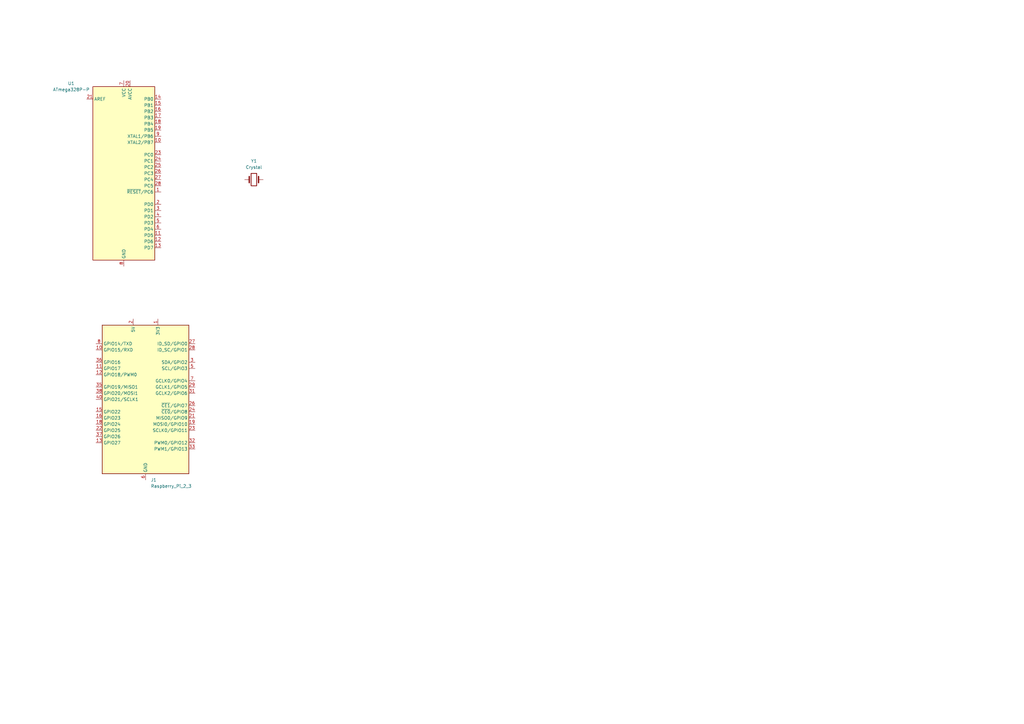
<source format=kicad_sch>
(kicad_sch
	(version 20250114)
	(generator "eeschema")
	(generator_version "9.0")
	(uuid "0b29418f-550d-492f-8df9-2382aed97979")
	(paper "A3")
	(lib_symbols
		(symbol "Connector:Raspberry_Pi_2_3"
			(exclude_from_sim no)
			(in_bom yes)
			(on_board yes)
			(property "Reference" "J"
				(at -17.78 31.75 0)
				(effects
					(font
						(size 1.27 1.27)
					)
					(justify left bottom)
				)
			)
			(property "Value" "Raspberry_Pi_2_3"
				(at 10.16 -31.75 0)
				(effects
					(font
						(size 1.27 1.27)
					)
					(justify left top)
				)
			)
			(property "Footprint" ""
				(at 0 0 0)
				(effects
					(font
						(size 1.27 1.27)
					)
					(hide yes)
				)
			)
			(property "Datasheet" "https://www.raspberrypi.org/documentation/hardware/raspberrypi/schematics/rpi_SCH_3bplus_1p0_reduced.pdf"
				(at 60.96 -44.45 0)
				(effects
					(font
						(size 1.27 1.27)
					)
					(hide yes)
				)
			)
			(property "Description" "expansion header for Raspberry Pi 2 & 3"
				(at 0 0 0)
				(effects
					(font
						(size 1.27 1.27)
					)
					(hide yes)
				)
			)
			(property "ki_keywords" "raspberrypi gpio"
				(at 0 0 0)
				(effects
					(font
						(size 1.27 1.27)
					)
					(hide yes)
				)
			)
			(property "ki_fp_filters" "PinHeader*2x20*P2.54mm*Vertical* PinSocket*2x20*P2.54mm*Vertical*"
				(at 0 0 0)
				(effects
					(font
						(size 1.27 1.27)
					)
					(hide yes)
				)
			)
			(symbol "Raspberry_Pi_2_3_0_1"
				(rectangle
					(start -17.78 30.48)
					(end 17.78 -30.48)
					(stroke
						(width 0.254)
						(type default)
					)
					(fill
						(type background)
					)
				)
			)
			(symbol "Raspberry_Pi_2_3_1_1"
				(pin bidirectional line
					(at -20.32 22.86 0)
					(length 2.54)
					(name "GPIO14/TXD"
						(effects
							(font
								(size 1.27 1.27)
							)
						)
					)
					(number "8"
						(effects
							(font
								(size 1.27 1.27)
							)
						)
					)
				)
				(pin bidirectional line
					(at -20.32 20.32 0)
					(length 2.54)
					(name "GPIO15/RXD"
						(effects
							(font
								(size 1.27 1.27)
							)
						)
					)
					(number "10"
						(effects
							(font
								(size 1.27 1.27)
							)
						)
					)
				)
				(pin bidirectional line
					(at -20.32 15.24 0)
					(length 2.54)
					(name "GPIO16"
						(effects
							(font
								(size 1.27 1.27)
							)
						)
					)
					(number "36"
						(effects
							(font
								(size 1.27 1.27)
							)
						)
					)
				)
				(pin bidirectional line
					(at -20.32 12.7 0)
					(length 2.54)
					(name "GPIO17"
						(effects
							(font
								(size 1.27 1.27)
							)
						)
					)
					(number "11"
						(effects
							(font
								(size 1.27 1.27)
							)
						)
					)
				)
				(pin bidirectional line
					(at -20.32 10.16 0)
					(length 2.54)
					(name "GPIO18/PWM0"
						(effects
							(font
								(size 1.27 1.27)
							)
						)
					)
					(number "12"
						(effects
							(font
								(size 1.27 1.27)
							)
						)
					)
				)
				(pin bidirectional line
					(at -20.32 5.08 0)
					(length 2.54)
					(name "GPIO19/MISO1"
						(effects
							(font
								(size 1.27 1.27)
							)
						)
					)
					(number "35"
						(effects
							(font
								(size 1.27 1.27)
							)
						)
					)
				)
				(pin bidirectional line
					(at -20.32 2.54 0)
					(length 2.54)
					(name "GPIO20/MOSI1"
						(effects
							(font
								(size 1.27 1.27)
							)
						)
					)
					(number "38"
						(effects
							(font
								(size 1.27 1.27)
							)
						)
					)
				)
				(pin bidirectional line
					(at -20.32 0 0)
					(length 2.54)
					(name "GPIO21/SCLK1"
						(effects
							(font
								(size 1.27 1.27)
							)
						)
					)
					(number "40"
						(effects
							(font
								(size 1.27 1.27)
							)
						)
					)
				)
				(pin bidirectional line
					(at -20.32 -5.08 0)
					(length 2.54)
					(name "GPIO22"
						(effects
							(font
								(size 1.27 1.27)
							)
						)
					)
					(number "15"
						(effects
							(font
								(size 1.27 1.27)
							)
						)
					)
				)
				(pin bidirectional line
					(at -20.32 -7.62 0)
					(length 2.54)
					(name "GPIO23"
						(effects
							(font
								(size 1.27 1.27)
							)
						)
					)
					(number "16"
						(effects
							(font
								(size 1.27 1.27)
							)
						)
					)
				)
				(pin bidirectional line
					(at -20.32 -10.16 0)
					(length 2.54)
					(name "GPIO24"
						(effects
							(font
								(size 1.27 1.27)
							)
						)
					)
					(number "18"
						(effects
							(font
								(size 1.27 1.27)
							)
						)
					)
				)
				(pin bidirectional line
					(at -20.32 -12.7 0)
					(length 2.54)
					(name "GPIO25"
						(effects
							(font
								(size 1.27 1.27)
							)
						)
					)
					(number "22"
						(effects
							(font
								(size 1.27 1.27)
							)
						)
					)
				)
				(pin bidirectional line
					(at -20.32 -15.24 0)
					(length 2.54)
					(name "GPIO26"
						(effects
							(font
								(size 1.27 1.27)
							)
						)
					)
					(number "37"
						(effects
							(font
								(size 1.27 1.27)
							)
						)
					)
				)
				(pin bidirectional line
					(at -20.32 -17.78 0)
					(length 2.54)
					(name "GPIO27"
						(effects
							(font
								(size 1.27 1.27)
							)
						)
					)
					(number "13"
						(effects
							(font
								(size 1.27 1.27)
							)
						)
					)
				)
				(pin power_in line
					(at -5.08 33.02 270)
					(length 2.54)
					(name "5V"
						(effects
							(font
								(size 1.27 1.27)
							)
						)
					)
					(number "2"
						(effects
							(font
								(size 1.27 1.27)
							)
						)
					)
				)
				(pin passive line
					(at -5.08 33.02 270)
					(length 2.54)
					(hide yes)
					(name "5V"
						(effects
							(font
								(size 1.27 1.27)
							)
						)
					)
					(number "4"
						(effects
							(font
								(size 1.27 1.27)
							)
						)
					)
				)
				(pin passive line
					(at 0 -33.02 90)
					(length 2.54)
					(hide yes)
					(name "GND"
						(effects
							(font
								(size 1.27 1.27)
							)
						)
					)
					(number "14"
						(effects
							(font
								(size 1.27 1.27)
							)
						)
					)
				)
				(pin passive line
					(at 0 -33.02 90)
					(length 2.54)
					(hide yes)
					(name "GND"
						(effects
							(font
								(size 1.27 1.27)
							)
						)
					)
					(number "20"
						(effects
							(font
								(size 1.27 1.27)
							)
						)
					)
				)
				(pin passive line
					(at 0 -33.02 90)
					(length 2.54)
					(hide yes)
					(name "GND"
						(effects
							(font
								(size 1.27 1.27)
							)
						)
					)
					(number "25"
						(effects
							(font
								(size 1.27 1.27)
							)
						)
					)
				)
				(pin passive line
					(at 0 -33.02 90)
					(length 2.54)
					(hide yes)
					(name "GND"
						(effects
							(font
								(size 1.27 1.27)
							)
						)
					)
					(number "30"
						(effects
							(font
								(size 1.27 1.27)
							)
						)
					)
				)
				(pin passive line
					(at 0 -33.02 90)
					(length 2.54)
					(hide yes)
					(name "GND"
						(effects
							(font
								(size 1.27 1.27)
							)
						)
					)
					(number "34"
						(effects
							(font
								(size 1.27 1.27)
							)
						)
					)
				)
				(pin passive line
					(at 0 -33.02 90)
					(length 2.54)
					(hide yes)
					(name "GND"
						(effects
							(font
								(size 1.27 1.27)
							)
						)
					)
					(number "39"
						(effects
							(font
								(size 1.27 1.27)
							)
						)
					)
				)
				(pin power_in line
					(at 0 -33.02 90)
					(length 2.54)
					(name "GND"
						(effects
							(font
								(size 1.27 1.27)
							)
						)
					)
					(number "6"
						(effects
							(font
								(size 1.27 1.27)
							)
						)
					)
				)
				(pin passive line
					(at 0 -33.02 90)
					(length 2.54)
					(hide yes)
					(name "GND"
						(effects
							(font
								(size 1.27 1.27)
							)
						)
					)
					(number "9"
						(effects
							(font
								(size 1.27 1.27)
							)
						)
					)
				)
				(pin power_in line
					(at 5.08 33.02 270)
					(length 2.54)
					(name "3V3"
						(effects
							(font
								(size 1.27 1.27)
							)
						)
					)
					(number "1"
						(effects
							(font
								(size 1.27 1.27)
							)
						)
					)
				)
				(pin passive line
					(at 5.08 33.02 270)
					(length 2.54)
					(hide yes)
					(name "3V3"
						(effects
							(font
								(size 1.27 1.27)
							)
						)
					)
					(number "17"
						(effects
							(font
								(size 1.27 1.27)
							)
						)
					)
				)
				(pin bidirectional line
					(at 20.32 22.86 180)
					(length 2.54)
					(name "ID_SD/GPIO0"
						(effects
							(font
								(size 1.27 1.27)
							)
						)
					)
					(number "27"
						(effects
							(font
								(size 1.27 1.27)
							)
						)
					)
				)
				(pin bidirectional line
					(at 20.32 20.32 180)
					(length 2.54)
					(name "ID_SC/GPIO1"
						(effects
							(font
								(size 1.27 1.27)
							)
						)
					)
					(number "28"
						(effects
							(font
								(size 1.27 1.27)
							)
						)
					)
				)
				(pin bidirectional line
					(at 20.32 15.24 180)
					(length 2.54)
					(name "SDA/GPIO2"
						(effects
							(font
								(size 1.27 1.27)
							)
						)
					)
					(number "3"
						(effects
							(font
								(size 1.27 1.27)
							)
						)
					)
				)
				(pin bidirectional line
					(at 20.32 12.7 180)
					(length 2.54)
					(name "SCL/GPIO3"
						(effects
							(font
								(size 1.27 1.27)
							)
						)
					)
					(number "5"
						(effects
							(font
								(size 1.27 1.27)
							)
						)
					)
				)
				(pin bidirectional line
					(at 20.32 7.62 180)
					(length 2.54)
					(name "GCLK0/GPIO4"
						(effects
							(font
								(size 1.27 1.27)
							)
						)
					)
					(number "7"
						(effects
							(font
								(size 1.27 1.27)
							)
						)
					)
				)
				(pin bidirectional line
					(at 20.32 5.08 180)
					(length 2.54)
					(name "GCLK1/GPIO5"
						(effects
							(font
								(size 1.27 1.27)
							)
						)
					)
					(number "29"
						(effects
							(font
								(size 1.27 1.27)
							)
						)
					)
				)
				(pin bidirectional line
					(at 20.32 2.54 180)
					(length 2.54)
					(name "GCLK2/GPIO6"
						(effects
							(font
								(size 1.27 1.27)
							)
						)
					)
					(number "31"
						(effects
							(font
								(size 1.27 1.27)
							)
						)
					)
				)
				(pin bidirectional line
					(at 20.32 -2.54 180)
					(length 2.54)
					(name "~{CE1}/GPIO7"
						(effects
							(font
								(size 1.27 1.27)
							)
						)
					)
					(number "26"
						(effects
							(font
								(size 1.27 1.27)
							)
						)
					)
				)
				(pin bidirectional line
					(at 20.32 -5.08 180)
					(length 2.54)
					(name "~{CE0}/GPIO8"
						(effects
							(font
								(size 1.27 1.27)
							)
						)
					)
					(number "24"
						(effects
							(font
								(size 1.27 1.27)
							)
						)
					)
				)
				(pin bidirectional line
					(at 20.32 -7.62 180)
					(length 2.54)
					(name "MISO0/GPIO9"
						(effects
							(font
								(size 1.27 1.27)
							)
						)
					)
					(number "21"
						(effects
							(font
								(size 1.27 1.27)
							)
						)
					)
				)
				(pin bidirectional line
					(at 20.32 -10.16 180)
					(length 2.54)
					(name "MOSI0/GPIO10"
						(effects
							(font
								(size 1.27 1.27)
							)
						)
					)
					(number "19"
						(effects
							(font
								(size 1.27 1.27)
							)
						)
					)
				)
				(pin bidirectional line
					(at 20.32 -12.7 180)
					(length 2.54)
					(name "SCLK0/GPIO11"
						(effects
							(font
								(size 1.27 1.27)
							)
						)
					)
					(number "23"
						(effects
							(font
								(size 1.27 1.27)
							)
						)
					)
				)
				(pin bidirectional line
					(at 20.32 -17.78 180)
					(length 2.54)
					(name "PWM0/GPIO12"
						(effects
							(font
								(size 1.27 1.27)
							)
						)
					)
					(number "32"
						(effects
							(font
								(size 1.27 1.27)
							)
						)
					)
				)
				(pin bidirectional line
					(at 20.32 -20.32 180)
					(length 2.54)
					(name "PWM1/GPIO13"
						(effects
							(font
								(size 1.27 1.27)
							)
						)
					)
					(number "33"
						(effects
							(font
								(size 1.27 1.27)
							)
						)
					)
				)
			)
			(embedded_fonts no)
		)
		(symbol "MCU_Microchip_ATmega:ATmega328P-P"
			(exclude_from_sim no)
			(in_bom yes)
			(on_board yes)
			(property "Reference" "U"
				(at -12.7 36.83 0)
				(effects
					(font
						(size 1.27 1.27)
					)
					(justify left bottom)
				)
			)
			(property "Value" "ATmega328P-P"
				(at 2.54 -36.83 0)
				(effects
					(font
						(size 1.27 1.27)
					)
					(justify left top)
				)
			)
			(property "Footprint" "Package_DIP:DIP-28_W7.62mm"
				(at 0 0 0)
				(effects
					(font
						(size 1.27 1.27)
						(italic yes)
					)
					(hide yes)
				)
			)
			(property "Datasheet" "http://ww1.microchip.com/downloads/en/DeviceDoc/ATmega328_P%20AVR%20MCU%20with%20picoPower%20Technology%20Data%20Sheet%2040001984A.pdf"
				(at 0 0 0)
				(effects
					(font
						(size 1.27 1.27)
					)
					(hide yes)
				)
			)
			(property "Description" "20MHz, 32kB Flash, 2kB SRAM, 1kB EEPROM, DIP-28"
				(at 0 0 0)
				(effects
					(font
						(size 1.27 1.27)
					)
					(hide yes)
				)
			)
			(property "ki_keywords" "AVR 8bit Microcontroller MegaAVR PicoPower"
				(at 0 0 0)
				(effects
					(font
						(size 1.27 1.27)
					)
					(hide yes)
				)
			)
			(property "ki_fp_filters" "DIP*W7.62mm*"
				(at 0 0 0)
				(effects
					(font
						(size 1.27 1.27)
					)
					(hide yes)
				)
			)
			(symbol "ATmega328P-P_0_1"
				(rectangle
					(start -12.7 -35.56)
					(end 12.7 35.56)
					(stroke
						(width 0.254)
						(type default)
					)
					(fill
						(type background)
					)
				)
			)
			(symbol "ATmega328P-P_1_1"
				(pin passive line
					(at -15.24 30.48 0)
					(length 2.54)
					(name "AREF"
						(effects
							(font
								(size 1.27 1.27)
							)
						)
					)
					(number "21"
						(effects
							(font
								(size 1.27 1.27)
							)
						)
					)
				)
				(pin power_in line
					(at 0 38.1 270)
					(length 2.54)
					(name "VCC"
						(effects
							(font
								(size 1.27 1.27)
							)
						)
					)
					(number "7"
						(effects
							(font
								(size 1.27 1.27)
							)
						)
					)
				)
				(pin passive line
					(at 0 -38.1 90)
					(length 2.54)
					(hide yes)
					(name "GND"
						(effects
							(font
								(size 1.27 1.27)
							)
						)
					)
					(number "22"
						(effects
							(font
								(size 1.27 1.27)
							)
						)
					)
				)
				(pin power_in line
					(at 0 -38.1 90)
					(length 2.54)
					(name "GND"
						(effects
							(font
								(size 1.27 1.27)
							)
						)
					)
					(number "8"
						(effects
							(font
								(size 1.27 1.27)
							)
						)
					)
				)
				(pin power_in line
					(at 2.54 38.1 270)
					(length 2.54)
					(name "AVCC"
						(effects
							(font
								(size 1.27 1.27)
							)
						)
					)
					(number "20"
						(effects
							(font
								(size 1.27 1.27)
							)
						)
					)
				)
				(pin bidirectional line
					(at 15.24 30.48 180)
					(length 2.54)
					(name "PB0"
						(effects
							(font
								(size 1.27 1.27)
							)
						)
					)
					(number "14"
						(effects
							(font
								(size 1.27 1.27)
							)
						)
					)
				)
				(pin bidirectional line
					(at 15.24 27.94 180)
					(length 2.54)
					(name "PB1"
						(effects
							(font
								(size 1.27 1.27)
							)
						)
					)
					(number "15"
						(effects
							(font
								(size 1.27 1.27)
							)
						)
					)
				)
				(pin bidirectional line
					(at 15.24 25.4 180)
					(length 2.54)
					(name "PB2"
						(effects
							(font
								(size 1.27 1.27)
							)
						)
					)
					(number "16"
						(effects
							(font
								(size 1.27 1.27)
							)
						)
					)
				)
				(pin bidirectional line
					(at 15.24 22.86 180)
					(length 2.54)
					(name "PB3"
						(effects
							(font
								(size 1.27 1.27)
							)
						)
					)
					(number "17"
						(effects
							(font
								(size 1.27 1.27)
							)
						)
					)
				)
				(pin bidirectional line
					(at 15.24 20.32 180)
					(length 2.54)
					(name "PB4"
						(effects
							(font
								(size 1.27 1.27)
							)
						)
					)
					(number "18"
						(effects
							(font
								(size 1.27 1.27)
							)
						)
					)
				)
				(pin bidirectional line
					(at 15.24 17.78 180)
					(length 2.54)
					(name "PB5"
						(effects
							(font
								(size 1.27 1.27)
							)
						)
					)
					(number "19"
						(effects
							(font
								(size 1.27 1.27)
							)
						)
					)
				)
				(pin bidirectional line
					(at 15.24 15.24 180)
					(length 2.54)
					(name "XTAL1/PB6"
						(effects
							(font
								(size 1.27 1.27)
							)
						)
					)
					(number "9"
						(effects
							(font
								(size 1.27 1.27)
							)
						)
					)
				)
				(pin bidirectional line
					(at 15.24 12.7 180)
					(length 2.54)
					(name "XTAL2/PB7"
						(effects
							(font
								(size 1.27 1.27)
							)
						)
					)
					(number "10"
						(effects
							(font
								(size 1.27 1.27)
							)
						)
					)
				)
				(pin bidirectional line
					(at 15.24 7.62 180)
					(length 2.54)
					(name "PC0"
						(effects
							(font
								(size 1.27 1.27)
							)
						)
					)
					(number "23"
						(effects
							(font
								(size 1.27 1.27)
							)
						)
					)
				)
				(pin bidirectional line
					(at 15.24 5.08 180)
					(length 2.54)
					(name "PC1"
						(effects
							(font
								(size 1.27 1.27)
							)
						)
					)
					(number "24"
						(effects
							(font
								(size 1.27 1.27)
							)
						)
					)
				)
				(pin bidirectional line
					(at 15.24 2.54 180)
					(length 2.54)
					(name "PC2"
						(effects
							(font
								(size 1.27 1.27)
							)
						)
					)
					(number "25"
						(effects
							(font
								(size 1.27 1.27)
							)
						)
					)
				)
				(pin bidirectional line
					(at 15.24 0 180)
					(length 2.54)
					(name "PC3"
						(effects
							(font
								(size 1.27 1.27)
							)
						)
					)
					(number "26"
						(effects
							(font
								(size 1.27 1.27)
							)
						)
					)
				)
				(pin bidirectional line
					(at 15.24 -2.54 180)
					(length 2.54)
					(name "PC4"
						(effects
							(font
								(size 1.27 1.27)
							)
						)
					)
					(number "27"
						(effects
							(font
								(size 1.27 1.27)
							)
						)
					)
				)
				(pin bidirectional line
					(at 15.24 -5.08 180)
					(length 2.54)
					(name "PC5"
						(effects
							(font
								(size 1.27 1.27)
							)
						)
					)
					(number "28"
						(effects
							(font
								(size 1.27 1.27)
							)
						)
					)
				)
				(pin bidirectional line
					(at 15.24 -7.62 180)
					(length 2.54)
					(name "~{RESET}/PC6"
						(effects
							(font
								(size 1.27 1.27)
							)
						)
					)
					(number "1"
						(effects
							(font
								(size 1.27 1.27)
							)
						)
					)
				)
				(pin bidirectional line
					(at 15.24 -12.7 180)
					(length 2.54)
					(name "PD0"
						(effects
							(font
								(size 1.27 1.27)
							)
						)
					)
					(number "2"
						(effects
							(font
								(size 1.27 1.27)
							)
						)
					)
				)
				(pin bidirectional line
					(at 15.24 -15.24 180)
					(length 2.54)
					(name "PD1"
						(effects
							(font
								(size 1.27 1.27)
							)
						)
					)
					(number "3"
						(effects
							(font
								(size 1.27 1.27)
							)
						)
					)
				)
				(pin bidirectional line
					(at 15.24 -17.78 180)
					(length 2.54)
					(name "PD2"
						(effects
							(font
								(size 1.27 1.27)
							)
						)
					)
					(number "4"
						(effects
							(font
								(size 1.27 1.27)
							)
						)
					)
				)
				(pin bidirectional line
					(at 15.24 -20.32 180)
					(length 2.54)
					(name "PD3"
						(effects
							(font
								(size 1.27 1.27)
							)
						)
					)
					(number "5"
						(effects
							(font
								(size 1.27 1.27)
							)
						)
					)
				)
				(pin bidirectional line
					(at 15.24 -22.86 180)
					(length 2.54)
					(name "PD4"
						(effects
							(font
								(size 1.27 1.27)
							)
						)
					)
					(number "6"
						(effects
							(font
								(size 1.27 1.27)
							)
						)
					)
				)
				(pin bidirectional line
					(at 15.24 -25.4 180)
					(length 2.54)
					(name "PD5"
						(effects
							(font
								(size 1.27 1.27)
							)
						)
					)
					(number "11"
						(effects
							(font
								(size 1.27 1.27)
							)
						)
					)
				)
				(pin bidirectional line
					(at 15.24 -27.94 180)
					(length 2.54)
					(name "PD6"
						(effects
							(font
								(size 1.27 1.27)
							)
						)
					)
					(number "12"
						(effects
							(font
								(size 1.27 1.27)
							)
						)
					)
				)
				(pin bidirectional line
					(at 15.24 -30.48 180)
					(length 2.54)
					(name "PD7"
						(effects
							(font
								(size 1.27 1.27)
							)
						)
					)
					(number "13"
						(effects
							(font
								(size 1.27 1.27)
							)
						)
					)
				)
			)
			(embedded_fonts no)
		)
		(symbol "Xtal_16MHz:Crystal"
			(pin_numbers
				(hide yes)
			)
			(pin_names
				(offset 1.016)
				(hide yes)
			)
			(exclude_from_sim no)
			(in_bom yes)
			(on_board yes)
			(property "Reference" "Y"
				(at 0 3.81 0)
				(effects
					(font
						(size 1.27 1.27)
					)
				)
			)
			(property "Value" "Crystal"
				(at 0 -3.81 0)
				(effects
					(font
						(size 1.27 1.27)
					)
				)
			)
			(property "Footprint" ""
				(at 0 0 0)
				(effects
					(font
						(size 1.27 1.27)
					)
					(hide yes)
				)
			)
			(property "Datasheet" "~"
				(at 0 0 0)
				(effects
					(font
						(size 1.27 1.27)
					)
					(hide yes)
				)
			)
			(property "Description" "Two pin crystal"
				(at 0 0 0)
				(effects
					(font
						(size 1.27 1.27)
					)
					(hide yes)
				)
			)
			(property "ki_keywords" "quartz ceramic resonator oscillator"
				(at 0 0 0)
				(effects
					(font
						(size 1.27 1.27)
					)
					(hide yes)
				)
			)
			(property "ki_fp_filters" "Crystal*"
				(at 0 0 0)
				(effects
					(font
						(size 1.27 1.27)
					)
					(hide yes)
				)
			)
			(symbol "Crystal_0_1"
				(polyline
					(pts
						(xy -2.54 0) (xy -1.905 0)
					)
					(stroke
						(width 0)
						(type default)
					)
					(fill
						(type none)
					)
				)
				(polyline
					(pts
						(xy -1.905 -1.27) (xy -1.905 1.27)
					)
					(stroke
						(width 0.508)
						(type default)
					)
					(fill
						(type none)
					)
				)
				(rectangle
					(start -1.143 2.54)
					(end 1.143 -2.54)
					(stroke
						(width 0.3048)
						(type default)
					)
					(fill
						(type none)
					)
				)
				(polyline
					(pts
						(xy 1.905 -1.27) (xy 1.905 1.27)
					)
					(stroke
						(width 0.508)
						(type default)
					)
					(fill
						(type none)
					)
				)
				(polyline
					(pts
						(xy 2.54 0) (xy 1.905 0)
					)
					(stroke
						(width 0)
						(type default)
					)
					(fill
						(type none)
					)
				)
			)
			(symbol "Crystal_1_1"
				(pin passive line
					(at -3.81 0 0)
					(length 1.27)
					(name "1"
						(effects
							(font
								(size 1.27 1.27)
							)
						)
					)
					(number "1"
						(effects
							(font
								(size 1.27 1.27)
							)
						)
					)
				)
				(pin passive line
					(at 3.81 0 180)
					(length 1.27)
					(name "2"
						(effects
							(font
								(size 1.27 1.27)
							)
						)
					)
					(number "2"
						(effects
							(font
								(size 1.27 1.27)
							)
						)
					)
				)
			)
			(embedded_fonts no)
		)
	)
	(symbol
		(lib_id "MCU_Microchip_ATmega:ATmega328P-P")
		(at 50.8 71.12 0)
		(unit 1)
		(exclude_from_sim no)
		(in_bom yes)
		(on_board yes)
		(dnp no)
		(fields_autoplaced yes)
		(uuid "5df88273-adf0-4464-b6f1-de0679313a54")
		(property "Reference" "U1"
			(at 29.21 34.2198 0)
			(effects
				(font
					(size 1.27 1.27)
				)
			)
		)
		(property "Value" "ATmega328P-P"
			(at 29.21 36.7598 0)
			(effects
				(font
					(size 1.27 1.27)
				)
			)
		)
		(property "Footprint" "Package_DIP:DIP-28_W7.62mm"
			(at 50.8 71.12 0)
			(effects
				(font
					(size 1.27 1.27)
					(italic yes)
				)
				(hide yes)
			)
		)
		(property "Datasheet" "http://ww1.microchip.com/downloads/en/DeviceDoc/ATmega328_P%20AVR%20MCU%20with%20picoPower%20Technology%20Data%20Sheet%2040001984A.pdf"
			(at 50.8 71.12 0)
			(effects
				(font
					(size 1.27 1.27)
				)
				(hide yes)
			)
		)
		(property "Description" "20MHz, 32kB Flash, 2kB SRAM, 1kB EEPROM, DIP-28"
			(at 50.8 71.12 0)
			(effects
				(font
					(size 1.27 1.27)
				)
				(hide yes)
			)
		)
		(pin "18"
			(uuid "8a8047d7-8c96-4250-9666-9ba66f1c6db1")
		)
		(pin "26"
			(uuid "8845192e-3c88-44ec-8cf3-b1c7ff1b4167")
		)
		(pin "1"
			(uuid "e5c20bfb-ae3a-4b6e-82d7-108ed770ae19")
		)
		(pin "5"
			(uuid "9dcb2b8d-07a6-430b-92bb-b2a824c20fc0")
		)
		(pin "3"
			(uuid "017002c1-01ed-4741-bfcc-8a9fe922e819")
		)
		(pin "2"
			(uuid "9bd1481a-6bd9-4540-b150-53061002901d")
		)
		(pin "4"
			(uuid "414a53f0-a921-4c6e-ba91-2e4899be2fd2")
		)
		(pin "12"
			(uuid "d7264d7c-51b8-42d7-a1c3-975927f5f2f8")
		)
		(pin "27"
			(uuid "2f1a15af-a95a-4b65-bca1-ae6ae5128bec")
		)
		(pin "23"
			(uuid "29a658ed-2454-4dc4-ae38-08cf1177c367")
		)
		(pin "17"
			(uuid "3f4e38b3-b2c5-432d-8eb5-0b9f26796147")
		)
		(pin "14"
			(uuid "2dfca508-48c3-4ad9-bebd-b9cdcada1c06")
		)
		(pin "19"
			(uuid "1205444b-28f0-4982-8ee0-db8417677f88")
		)
		(pin "10"
			(uuid "3b9107ec-45d3-4f7d-a943-1fc55247add4")
		)
		(pin "7"
			(uuid "5f98d3e6-d2a2-45cc-a2f7-335f4f4c48a6")
		)
		(pin "9"
			(uuid "23a4e2f0-e392-4bd8-993d-feab85d3bb15")
		)
		(pin "24"
			(uuid "13cd433b-6b41-47aa-97e7-1237c469de99")
		)
		(pin "21"
			(uuid "23aac454-bf99-474c-bd6c-394d7c2c6518")
		)
		(pin "8"
			(uuid "2dfc46b9-3d63-454a-b2e4-da94536aa616")
		)
		(pin "22"
			(uuid "d435a990-8583-4bc6-8396-4c0a9c919be6")
		)
		(pin "15"
			(uuid "6890bafe-5d96-4a05-b83a-908018d8d8cf")
		)
		(pin "16"
			(uuid "b13ac104-e500-4e39-a7b8-0cd0735ea784")
		)
		(pin "20"
			(uuid "3ad336bb-0c5f-42c1-87d8-2cd4b1605538")
		)
		(pin "25"
			(uuid "396aa660-25de-4d4e-93d1-d78ab24a1bbf")
		)
		(pin "28"
			(uuid "9b107f9f-b6aa-4a83-b043-410a32150d97")
		)
		(pin "6"
			(uuid "37de87a6-08a8-41b8-a7dd-fc47cbe8859f")
		)
		(pin "11"
			(uuid "83887b7a-845f-40c9-9cd6-46ec21128262")
		)
		(pin "13"
			(uuid "bc18d4ef-839c-4d53-a2ee-26295c6d7c1d")
		)
		(instances
			(project ""
				(path "/0b29418f-550d-492f-8df9-2382aed97979"
					(reference "U1")
					(unit 1)
				)
			)
		)
	)
	(symbol
		(lib_id "Xtal_16MHz:Crystal")
		(at 104.14 73.66 0)
		(unit 1)
		(exclude_from_sim no)
		(in_bom yes)
		(on_board yes)
		(dnp no)
		(fields_autoplaced yes)
		(uuid "7a74b495-3fe1-4e1a-9d49-4950c221127a")
		(property "Reference" "Y1"
			(at 104.14 66.04 0)
			(effects
				(font
					(size 1.27 1.27)
				)
			)
		)
		(property "Value" "Crystal"
			(at 104.14 68.58 0)
			(effects
				(font
					(size 1.27 1.27)
				)
			)
		)
		(property "Footprint" "Crystal:Resonator-2Pin_W10.0mm_H5.0mm"
			(at 104.14 73.66 0)
			(effects
				(font
					(size 1.27 1.27)
				)
				(hide yes)
			)
		)
		(property "Datasheet" "~"
			(at 104.14 73.66 0)
			(effects
				(font
					(size 1.27 1.27)
				)
				(hide yes)
			)
		)
		(property "Description" "Two pin crystal"
			(at 104.14 73.66 0)
			(effects
				(font
					(size 1.27 1.27)
				)
				(hide yes)
			)
		)
		(pin "2"
			(uuid "eacc5adb-5797-45b6-9d37-e91a9fce0f70")
		)
		(pin "1"
			(uuid "fedaf2f3-dfe0-435a-a08e-fe822a8784b7")
		)
		(instances
			(project ""
				(path "/0b29418f-550d-492f-8df9-2382aed97979"
					(reference "Y1")
					(unit 1)
				)
			)
		)
	)
	(symbol
		(lib_id "Connector:Raspberry_Pi_2_3")
		(at 59.69 163.83 0)
		(unit 1)
		(exclude_from_sim no)
		(in_bom yes)
		(on_board yes)
		(dnp no)
		(fields_autoplaced yes)
		(uuid "bb8e3f37-a7fc-49de-972f-2bcc10475e92")
		(property "Reference" "J1"
			(at 61.8333 196.85 0)
			(effects
				(font
					(size 1.27 1.27)
				)
				(justify left)
			)
		)
		(property "Value" "Raspberry_Pi_2_3"
			(at 61.8333 199.39 0)
			(effects
				(font
					(size 1.27 1.27)
				)
				(justify left)
			)
		)
		(property "Footprint" "ATverterE:Raspberry_Pi_Zero_and_Four"
			(at 59.69 163.83 0)
			(effects
				(font
					(size 1.27 1.27)
				)
				(hide yes)
			)
		)
		(property "Datasheet" "https://www.raspberrypi.org/documentation/hardware/raspberrypi/schematics/rpi_SCH_3bplus_1p0_reduced.pdf"
			(at 120.65 208.28 0)
			(effects
				(font
					(size 1.27 1.27)
				)
				(hide yes)
			)
		)
		(property "Description" "expansion header for Raspberry Pi 2 & 3"
			(at 59.69 163.83 0)
			(effects
				(font
					(size 1.27 1.27)
				)
				(hide yes)
			)
		)
		(pin "14"
			(uuid "3af259db-78a6-46b1-b2ca-b7001e254716")
		)
		(pin "38"
			(uuid "4618aaea-3aa4-47c5-a46e-6511691944dc")
		)
		(pin "18"
			(uuid "32a5218f-4fd7-4e4f-876b-c1a4ce6b38bf")
		)
		(pin "39"
			(uuid "60f86fe8-d185-4b2b-b083-d140c014cee6")
		)
		(pin "36"
			(uuid "aad5b13f-b03e-4093-b8ef-fd7dff76bd38")
		)
		(pin "1"
			(uuid "26277321-8645-41c2-a14f-0b53e8d607cb")
		)
		(pin "11"
			(uuid "1adb35dd-2411-45c7-9359-a823e446f562")
		)
		(pin "35"
			(uuid "1336fcdd-4a79-4e87-91c5-ff1ed21d44e9")
		)
		(pin "8"
			(uuid "5d25fc54-c3e2-4940-a08b-e26c00bd5c74")
		)
		(pin "40"
			(uuid "49b5f1b7-93ae-429b-ad05-236729699ea0")
		)
		(pin "13"
			(uuid "e3cf2c53-94e6-4f12-b80b-94ddb1d7db10")
		)
		(pin "15"
			(uuid "90c56781-d468-483c-bd65-7a0be4edc247")
		)
		(pin "12"
			(uuid "f2dde9ab-0224-4661-b316-7776e9379cea")
		)
		(pin "37"
			(uuid "f0365712-30ae-4185-9221-2b7303942e3c")
		)
		(pin "20"
			(uuid "5a385987-38d9-49dc-86c1-6c88d62dcf6a")
		)
		(pin "4"
			(uuid "0fa8712f-1159-4e98-966d-6acc38511301")
		)
		(pin "10"
			(uuid "ac1eaa40-884f-4cba-9cbf-f3d542bfc7f0")
		)
		(pin "25"
			(uuid "01a57c4f-49c0-4591-8b39-2f3f78d24f1f")
		)
		(pin "22"
			(uuid "7f1c87e0-778e-4952-baf3-b0e19b27ebe9")
		)
		(pin "2"
			(uuid "176294d2-9583-4f50-94f2-77d4fa7ec99b")
		)
		(pin "16"
			(uuid "3ef44296-99bc-42a5-be65-2fc8d25e19ab")
		)
		(pin "30"
			(uuid "5c8cab9f-647a-4c83-b7de-152e6f9a73aa")
		)
		(pin "34"
			(uuid "886072c0-651e-4dd0-96e2-c89df3a7ccf3")
		)
		(pin "6"
			(uuid "1e84f8bb-4db5-4243-b21a-2d4df2747392")
		)
		(pin "9"
			(uuid "25844495-2bed-49fa-8268-066fc0398cd2")
		)
		(pin "24"
			(uuid "d8e5acff-93d4-4eba-ad57-4c3d0b5dbf11")
		)
		(pin "5"
			(uuid "bbf3b734-80ee-4915-8868-469bca422b6a")
		)
		(pin "29"
			(uuid "89a7ef0c-b2d1-4f20-99bb-9ddf6e27daea")
		)
		(pin "31"
			(uuid "c0d2b73c-615e-4912-94a8-6793f8108658")
		)
		(pin "33"
			(uuid "1b5b6baa-bcb1-4b34-8d5d-28be9b4d3d87")
		)
		(pin "7"
			(uuid "11cd9bae-b261-4204-8bd9-a757948787ba")
		)
		(pin "27"
			(uuid "57a5ae25-23c3-4edb-8ee9-573676e73198")
		)
		(pin "17"
			(uuid "8e67156e-9451-48f2-b9e9-294f5ff162c1")
		)
		(pin "28"
			(uuid "26c9ce54-7491-4fec-a6c0-6bd7fb8e2d1c")
		)
		(pin "3"
			(uuid "8674a773-05bc-42c8-ad48-5dfd19a8d12d")
		)
		(pin "19"
			(uuid "1f03eea1-5d18-484b-be87-2c8286adb19a")
		)
		(pin "26"
			(uuid "3f8ff91e-d9b9-4cf4-ba7a-57527631ed52")
		)
		(pin "21"
			(uuid "f0c13681-200a-4239-bd1c-d92c0a3baf0c")
		)
		(pin "23"
			(uuid "bc23e426-2980-4897-af59-90811506b167")
		)
		(pin "32"
			(uuid "fea27dd4-3b45-4aa4-a3e5-76c84fa6d604")
		)
		(instances
			(project ""
				(path "/0b29418f-550d-492f-8df9-2382aed97979"
					(reference "J1")
					(unit 1)
				)
			)
		)
	)
	(sheet_instances
		(path "/"
			(page "1")
		)
	)
	(embedded_fonts no)
)

</source>
